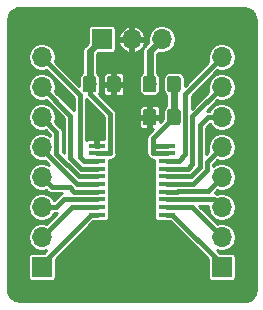
<source format=gbr>
G04 #@! TF.GenerationSoftware,KiCad,Pcbnew,(5.0.2)-1*
G04 #@! TF.CreationDate,2019-08-04T21:59:47-04:00*
G04 #@! TF.ProjectId,LSF0108PWR_Breakout,4c534630-3130-4385-9057-525f42726561,rev?*
G04 #@! TF.SameCoordinates,Original*
G04 #@! TF.FileFunction,Copper,L1,Top*
G04 #@! TF.FilePolarity,Positive*
%FSLAX46Y46*%
G04 Gerber Fmt 4.6, Leading zero omitted, Abs format (unit mm)*
G04 Created by KiCad (PCBNEW (5.0.2)-1) date 8/4/2019 9:59:47 PM*
%MOMM*%
%LPD*%
G01*
G04 APERTURE LIST*
G04 #@! TA.AperFunction,Conductor*
%ADD10C,0.100000*%
G04 #@! TD*
G04 #@! TA.AperFunction,SMDPad,CuDef*
%ADD11C,1.150000*%
G04 #@! TD*
G04 #@! TA.AperFunction,ComponentPad*
%ADD12R,1.700000X1.700000*%
G04 #@! TD*
G04 #@! TA.AperFunction,ComponentPad*
%ADD13O,1.700000X1.700000*%
G04 #@! TD*
G04 #@! TA.AperFunction,SMDPad,CuDef*
%ADD14R,1.450000X0.450000*%
G04 #@! TD*
G04 #@! TA.AperFunction,ViaPad*
%ADD15C,0.800000*%
G04 #@! TD*
G04 #@! TA.AperFunction,Conductor*
%ADD16C,0.600000*%
G04 #@! TD*
G04 #@! TA.AperFunction,Conductor*
%ADD17C,0.400000*%
G04 #@! TD*
G04 #@! TA.AperFunction,Conductor*
%ADD18C,0.254000*%
G04 #@! TD*
G04 APERTURE END LIST*
D10*
G04 #@! TO.N,GND*
G04 #@! TO.C,C1*
G36*
X130914505Y-77787204D02*
X130938773Y-77790804D01*
X130962572Y-77796765D01*
X130985671Y-77805030D01*
X131007850Y-77815520D01*
X131028893Y-77828132D01*
X131048599Y-77842747D01*
X131066777Y-77859223D01*
X131083253Y-77877401D01*
X131097868Y-77897107D01*
X131110480Y-77918150D01*
X131120970Y-77940329D01*
X131129235Y-77963428D01*
X131135196Y-77987227D01*
X131138796Y-78011495D01*
X131140000Y-78035999D01*
X131140000Y-78936001D01*
X131138796Y-78960505D01*
X131135196Y-78984773D01*
X131129235Y-79008572D01*
X131120970Y-79031671D01*
X131110480Y-79053850D01*
X131097868Y-79074893D01*
X131083253Y-79094599D01*
X131066777Y-79112777D01*
X131048599Y-79129253D01*
X131028893Y-79143868D01*
X131007850Y-79156480D01*
X130985671Y-79166970D01*
X130962572Y-79175235D01*
X130938773Y-79181196D01*
X130914505Y-79184796D01*
X130890001Y-79186000D01*
X130239999Y-79186000D01*
X130215495Y-79184796D01*
X130191227Y-79181196D01*
X130167428Y-79175235D01*
X130144329Y-79166970D01*
X130122150Y-79156480D01*
X130101107Y-79143868D01*
X130081401Y-79129253D01*
X130063223Y-79112777D01*
X130046747Y-79094599D01*
X130032132Y-79074893D01*
X130019520Y-79053850D01*
X130009030Y-79031671D01*
X130000765Y-79008572D01*
X129994804Y-78984773D01*
X129991204Y-78960505D01*
X129990000Y-78936001D01*
X129990000Y-78035999D01*
X129991204Y-78011495D01*
X129994804Y-77987227D01*
X130000765Y-77963428D01*
X130009030Y-77940329D01*
X130019520Y-77918150D01*
X130032132Y-77897107D01*
X130046747Y-77877401D01*
X130063223Y-77859223D01*
X130081401Y-77842747D01*
X130101107Y-77828132D01*
X130122150Y-77815520D01*
X130144329Y-77805030D01*
X130167428Y-77796765D01*
X130191227Y-77790804D01*
X130215495Y-77787204D01*
X130239999Y-77786000D01*
X130890001Y-77786000D01*
X130914505Y-77787204D01*
X130914505Y-77787204D01*
G37*
D11*
G04 #@! TD*
G04 #@! TO.P,C1,2*
G04 #@! TO.N,GND*
X130565000Y-78486000D03*
D10*
G04 #@! TO.N,Net-(C1-Pad1)*
G04 #@! TO.C,C1*
G36*
X128864505Y-77787204D02*
X128888773Y-77790804D01*
X128912572Y-77796765D01*
X128935671Y-77805030D01*
X128957850Y-77815520D01*
X128978893Y-77828132D01*
X128998599Y-77842747D01*
X129016777Y-77859223D01*
X129033253Y-77877401D01*
X129047868Y-77897107D01*
X129060480Y-77918150D01*
X129070970Y-77940329D01*
X129079235Y-77963428D01*
X129085196Y-77987227D01*
X129088796Y-78011495D01*
X129090000Y-78035999D01*
X129090000Y-78936001D01*
X129088796Y-78960505D01*
X129085196Y-78984773D01*
X129079235Y-79008572D01*
X129070970Y-79031671D01*
X129060480Y-79053850D01*
X129047868Y-79074893D01*
X129033253Y-79094599D01*
X129016777Y-79112777D01*
X128998599Y-79129253D01*
X128978893Y-79143868D01*
X128957850Y-79156480D01*
X128935671Y-79166970D01*
X128912572Y-79175235D01*
X128888773Y-79181196D01*
X128864505Y-79184796D01*
X128840001Y-79186000D01*
X128189999Y-79186000D01*
X128165495Y-79184796D01*
X128141227Y-79181196D01*
X128117428Y-79175235D01*
X128094329Y-79166970D01*
X128072150Y-79156480D01*
X128051107Y-79143868D01*
X128031401Y-79129253D01*
X128013223Y-79112777D01*
X127996747Y-79094599D01*
X127982132Y-79074893D01*
X127969520Y-79053850D01*
X127959030Y-79031671D01*
X127950765Y-79008572D01*
X127944804Y-78984773D01*
X127941204Y-78960505D01*
X127940000Y-78936001D01*
X127940000Y-78035999D01*
X127941204Y-78011495D01*
X127944804Y-77987227D01*
X127950765Y-77963428D01*
X127959030Y-77940329D01*
X127969520Y-77918150D01*
X127982132Y-77897107D01*
X127996747Y-77877401D01*
X128013223Y-77859223D01*
X128031401Y-77842747D01*
X128051107Y-77828132D01*
X128072150Y-77815520D01*
X128094329Y-77805030D01*
X128117428Y-77796765D01*
X128141227Y-77790804D01*
X128165495Y-77787204D01*
X128189999Y-77786000D01*
X128840001Y-77786000D01*
X128864505Y-77787204D01*
X128864505Y-77787204D01*
G37*
D11*
G04 #@! TD*
G04 #@! TO.P,C1,1*
G04 #@! TO.N,Net-(C1-Pad1)*
X128515000Y-78486000D03*
D10*
G04 #@! TO.N,GND*
G04 #@! TO.C,C2*
G36*
X133944505Y-80581204D02*
X133968773Y-80584804D01*
X133992572Y-80590765D01*
X134015671Y-80599030D01*
X134037850Y-80609520D01*
X134058893Y-80622132D01*
X134078599Y-80636747D01*
X134096777Y-80653223D01*
X134113253Y-80671401D01*
X134127868Y-80691107D01*
X134140480Y-80712150D01*
X134150970Y-80734329D01*
X134159235Y-80757428D01*
X134165196Y-80781227D01*
X134168796Y-80805495D01*
X134170000Y-80829999D01*
X134170000Y-81730001D01*
X134168796Y-81754505D01*
X134165196Y-81778773D01*
X134159235Y-81802572D01*
X134150970Y-81825671D01*
X134140480Y-81847850D01*
X134127868Y-81868893D01*
X134113253Y-81888599D01*
X134096777Y-81906777D01*
X134078599Y-81923253D01*
X134058893Y-81937868D01*
X134037850Y-81950480D01*
X134015671Y-81960970D01*
X133992572Y-81969235D01*
X133968773Y-81975196D01*
X133944505Y-81978796D01*
X133920001Y-81980000D01*
X133269999Y-81980000D01*
X133245495Y-81978796D01*
X133221227Y-81975196D01*
X133197428Y-81969235D01*
X133174329Y-81960970D01*
X133152150Y-81950480D01*
X133131107Y-81937868D01*
X133111401Y-81923253D01*
X133093223Y-81906777D01*
X133076747Y-81888599D01*
X133062132Y-81868893D01*
X133049520Y-81847850D01*
X133039030Y-81825671D01*
X133030765Y-81802572D01*
X133024804Y-81778773D01*
X133021204Y-81754505D01*
X133020000Y-81730001D01*
X133020000Y-80829999D01*
X133021204Y-80805495D01*
X133024804Y-80781227D01*
X133030765Y-80757428D01*
X133039030Y-80734329D01*
X133049520Y-80712150D01*
X133062132Y-80691107D01*
X133076747Y-80671401D01*
X133093223Y-80653223D01*
X133111401Y-80636747D01*
X133131107Y-80622132D01*
X133152150Y-80609520D01*
X133174329Y-80599030D01*
X133197428Y-80590765D01*
X133221227Y-80584804D01*
X133245495Y-80581204D01*
X133269999Y-80580000D01*
X133920001Y-80580000D01*
X133944505Y-80581204D01*
X133944505Y-80581204D01*
G37*
D11*
G04 #@! TD*
G04 #@! TO.P,C2,1*
G04 #@! TO.N,GND*
X133595000Y-81280000D03*
D10*
G04 #@! TO.N,Net-(C2-Pad2)*
G04 #@! TO.C,C2*
G36*
X135994505Y-80581204D02*
X136018773Y-80584804D01*
X136042572Y-80590765D01*
X136065671Y-80599030D01*
X136087850Y-80609520D01*
X136108893Y-80622132D01*
X136128599Y-80636747D01*
X136146777Y-80653223D01*
X136163253Y-80671401D01*
X136177868Y-80691107D01*
X136190480Y-80712150D01*
X136200970Y-80734329D01*
X136209235Y-80757428D01*
X136215196Y-80781227D01*
X136218796Y-80805495D01*
X136220000Y-80829999D01*
X136220000Y-81730001D01*
X136218796Y-81754505D01*
X136215196Y-81778773D01*
X136209235Y-81802572D01*
X136200970Y-81825671D01*
X136190480Y-81847850D01*
X136177868Y-81868893D01*
X136163253Y-81888599D01*
X136146777Y-81906777D01*
X136128599Y-81923253D01*
X136108893Y-81937868D01*
X136087850Y-81950480D01*
X136065671Y-81960970D01*
X136042572Y-81969235D01*
X136018773Y-81975196D01*
X135994505Y-81978796D01*
X135970001Y-81980000D01*
X135319999Y-81980000D01*
X135295495Y-81978796D01*
X135271227Y-81975196D01*
X135247428Y-81969235D01*
X135224329Y-81960970D01*
X135202150Y-81950480D01*
X135181107Y-81937868D01*
X135161401Y-81923253D01*
X135143223Y-81906777D01*
X135126747Y-81888599D01*
X135112132Y-81868893D01*
X135099520Y-81847850D01*
X135089030Y-81825671D01*
X135080765Y-81802572D01*
X135074804Y-81778773D01*
X135071204Y-81754505D01*
X135070000Y-81730001D01*
X135070000Y-80829999D01*
X135071204Y-80805495D01*
X135074804Y-80781227D01*
X135080765Y-80757428D01*
X135089030Y-80734329D01*
X135099520Y-80712150D01*
X135112132Y-80691107D01*
X135126747Y-80671401D01*
X135143223Y-80653223D01*
X135161401Y-80636747D01*
X135181107Y-80622132D01*
X135202150Y-80609520D01*
X135224329Y-80599030D01*
X135247428Y-80590765D01*
X135271227Y-80584804D01*
X135295495Y-80581204D01*
X135319999Y-80580000D01*
X135970001Y-80580000D01*
X135994505Y-80581204D01*
X135994505Y-80581204D01*
G37*
D11*
G04 #@! TD*
G04 #@! TO.P,C2,2*
G04 #@! TO.N,Net-(C2-Pad2)*
X135645000Y-81280000D03*
D12*
G04 #@! TO.P,J1,1*
G04 #@! TO.N,Net-(J1-Pad1)*
X124460000Y-93980000D03*
D13*
G04 #@! TO.P,J1,2*
G04 #@! TO.N,Net-(J1-Pad2)*
X124460000Y-91440000D03*
G04 #@! TO.P,J1,3*
G04 #@! TO.N,Net-(J1-Pad3)*
X124460000Y-88900000D03*
G04 #@! TO.P,J1,4*
G04 #@! TO.N,Net-(J1-Pad4)*
X124460000Y-86360000D03*
G04 #@! TO.P,J1,5*
G04 #@! TO.N,Net-(J1-Pad5)*
X124460000Y-83820000D03*
G04 #@! TO.P,J1,6*
G04 #@! TO.N,Net-(J1-Pad6)*
X124460000Y-81280000D03*
G04 #@! TO.P,J1,7*
G04 #@! TO.N,Net-(J1-Pad7)*
X124460000Y-78740000D03*
G04 #@! TO.P,J1,8*
G04 #@! TO.N,Net-(J1-Pad8)*
X124460000Y-76200000D03*
G04 #@! TD*
G04 #@! TO.P,J2,8*
G04 #@! TO.N,Net-(J2-Pad8)*
X139700000Y-76200000D03*
G04 #@! TO.P,J2,7*
G04 #@! TO.N,Net-(J2-Pad7)*
X139700000Y-78740000D03*
G04 #@! TO.P,J2,6*
G04 #@! TO.N,Net-(J2-Pad6)*
X139700000Y-81280000D03*
G04 #@! TO.P,J2,5*
G04 #@! TO.N,Net-(J2-Pad5)*
X139700000Y-83820000D03*
G04 #@! TO.P,J2,4*
G04 #@! TO.N,Net-(J2-Pad4)*
X139700000Y-86360000D03*
G04 #@! TO.P,J2,3*
G04 #@! TO.N,Net-(J2-Pad3)*
X139700000Y-88900000D03*
G04 #@! TO.P,J2,2*
G04 #@! TO.N,Net-(J2-Pad2)*
X139700000Y-91440000D03*
D12*
G04 #@! TO.P,J2,1*
G04 #@! TO.N,Net-(J2-Pad1)*
X139700000Y-93980000D03*
G04 #@! TD*
G04 #@! TO.P,J3,1*
G04 #@! TO.N,Net-(C1-Pad1)*
X129540000Y-74676000D03*
D13*
G04 #@! TO.P,J3,2*
G04 #@! TO.N,GND*
X132080000Y-74676000D03*
G04 #@! TO.P,J3,3*
G04 #@! TO.N,Net-(J3-Pad3)*
X134620000Y-74676000D03*
G04 #@! TD*
D14*
G04 #@! TO.P,U1,1*
G04 #@! TO.N,GND*
X129130000Y-83689000D03*
G04 #@! TO.P,U1,2*
G04 #@! TO.N,Net-(C1-Pad1)*
X129130000Y-84339000D03*
G04 #@! TO.P,U1,3*
G04 #@! TO.N,Net-(J1-Pad8)*
X129130000Y-84989000D03*
G04 #@! TO.P,U1,4*
G04 #@! TO.N,Net-(J1-Pad7)*
X129130000Y-85639000D03*
G04 #@! TO.P,U1,5*
G04 #@! TO.N,Net-(J1-Pad6)*
X129130000Y-86289000D03*
G04 #@! TO.P,U1,6*
G04 #@! TO.N,Net-(J1-Pad5)*
X129130000Y-86939000D03*
G04 #@! TO.P,U1,7*
G04 #@! TO.N,Net-(J1-Pad4)*
X129130000Y-87589000D03*
G04 #@! TO.P,U1,8*
G04 #@! TO.N,Net-(J1-Pad3)*
X129130000Y-88239000D03*
G04 #@! TO.P,U1,9*
G04 #@! TO.N,Net-(J1-Pad2)*
X129130000Y-88889000D03*
G04 #@! TO.P,U1,10*
G04 #@! TO.N,Net-(J1-Pad1)*
X129130000Y-89539000D03*
G04 #@! TO.P,U1,11*
G04 #@! TO.N,Net-(J2-Pad1)*
X135030000Y-89539000D03*
G04 #@! TO.P,U1,12*
G04 #@! TO.N,Net-(J2-Pad2)*
X135030000Y-88889000D03*
G04 #@! TO.P,U1,13*
G04 #@! TO.N,Net-(J2-Pad3)*
X135030000Y-88239000D03*
G04 #@! TO.P,U1,14*
G04 #@! TO.N,Net-(J2-Pad4)*
X135030000Y-87589000D03*
G04 #@! TO.P,U1,15*
G04 #@! TO.N,Net-(J2-Pad5)*
X135030000Y-86939000D03*
G04 #@! TO.P,U1,16*
G04 #@! TO.N,Net-(J2-Pad6)*
X135030000Y-86289000D03*
G04 #@! TO.P,U1,17*
G04 #@! TO.N,Net-(J2-Pad7)*
X135030000Y-85639000D03*
G04 #@! TO.P,U1,18*
G04 #@! TO.N,Net-(J2-Pad8)*
X135030000Y-84989000D03*
G04 #@! TO.P,U1,19*
G04 #@! TO.N,Net-(C2-Pad2)*
X135030000Y-84339000D03*
G04 #@! TO.P,U1,20*
X135030000Y-83689000D03*
G04 #@! TD*
D10*
G04 #@! TO.N,Net-(C2-Pad2)*
G04 #@! TO.C,R1*
G36*
X135994505Y-77787204D02*
X136018773Y-77790804D01*
X136042572Y-77796765D01*
X136065671Y-77805030D01*
X136087850Y-77815520D01*
X136108893Y-77828132D01*
X136128599Y-77842747D01*
X136146777Y-77859223D01*
X136163253Y-77877401D01*
X136177868Y-77897107D01*
X136190480Y-77918150D01*
X136200970Y-77940329D01*
X136209235Y-77963428D01*
X136215196Y-77987227D01*
X136218796Y-78011495D01*
X136220000Y-78035999D01*
X136220000Y-78936001D01*
X136218796Y-78960505D01*
X136215196Y-78984773D01*
X136209235Y-79008572D01*
X136200970Y-79031671D01*
X136190480Y-79053850D01*
X136177868Y-79074893D01*
X136163253Y-79094599D01*
X136146777Y-79112777D01*
X136128599Y-79129253D01*
X136108893Y-79143868D01*
X136087850Y-79156480D01*
X136065671Y-79166970D01*
X136042572Y-79175235D01*
X136018773Y-79181196D01*
X135994505Y-79184796D01*
X135970001Y-79186000D01*
X135319999Y-79186000D01*
X135295495Y-79184796D01*
X135271227Y-79181196D01*
X135247428Y-79175235D01*
X135224329Y-79166970D01*
X135202150Y-79156480D01*
X135181107Y-79143868D01*
X135161401Y-79129253D01*
X135143223Y-79112777D01*
X135126747Y-79094599D01*
X135112132Y-79074893D01*
X135099520Y-79053850D01*
X135089030Y-79031671D01*
X135080765Y-79008572D01*
X135074804Y-78984773D01*
X135071204Y-78960505D01*
X135070000Y-78936001D01*
X135070000Y-78035999D01*
X135071204Y-78011495D01*
X135074804Y-77987227D01*
X135080765Y-77963428D01*
X135089030Y-77940329D01*
X135099520Y-77918150D01*
X135112132Y-77897107D01*
X135126747Y-77877401D01*
X135143223Y-77859223D01*
X135161401Y-77842747D01*
X135181107Y-77828132D01*
X135202150Y-77815520D01*
X135224329Y-77805030D01*
X135247428Y-77796765D01*
X135271227Y-77790804D01*
X135295495Y-77787204D01*
X135319999Y-77786000D01*
X135970001Y-77786000D01*
X135994505Y-77787204D01*
X135994505Y-77787204D01*
G37*
D11*
G04 #@! TD*
G04 #@! TO.P,R1,1*
G04 #@! TO.N,Net-(C2-Pad2)*
X135645000Y-78486000D03*
D10*
G04 #@! TO.N,Net-(J3-Pad3)*
G04 #@! TO.C,R1*
G36*
X133944505Y-77787204D02*
X133968773Y-77790804D01*
X133992572Y-77796765D01*
X134015671Y-77805030D01*
X134037850Y-77815520D01*
X134058893Y-77828132D01*
X134078599Y-77842747D01*
X134096777Y-77859223D01*
X134113253Y-77877401D01*
X134127868Y-77897107D01*
X134140480Y-77918150D01*
X134150970Y-77940329D01*
X134159235Y-77963428D01*
X134165196Y-77987227D01*
X134168796Y-78011495D01*
X134170000Y-78035999D01*
X134170000Y-78936001D01*
X134168796Y-78960505D01*
X134165196Y-78984773D01*
X134159235Y-79008572D01*
X134150970Y-79031671D01*
X134140480Y-79053850D01*
X134127868Y-79074893D01*
X134113253Y-79094599D01*
X134096777Y-79112777D01*
X134078599Y-79129253D01*
X134058893Y-79143868D01*
X134037850Y-79156480D01*
X134015671Y-79166970D01*
X133992572Y-79175235D01*
X133968773Y-79181196D01*
X133944505Y-79184796D01*
X133920001Y-79186000D01*
X133269999Y-79186000D01*
X133245495Y-79184796D01*
X133221227Y-79181196D01*
X133197428Y-79175235D01*
X133174329Y-79166970D01*
X133152150Y-79156480D01*
X133131107Y-79143868D01*
X133111401Y-79129253D01*
X133093223Y-79112777D01*
X133076747Y-79094599D01*
X133062132Y-79074893D01*
X133049520Y-79053850D01*
X133039030Y-79031671D01*
X133030765Y-79008572D01*
X133024804Y-78984773D01*
X133021204Y-78960505D01*
X133020000Y-78936001D01*
X133020000Y-78035999D01*
X133021204Y-78011495D01*
X133024804Y-77987227D01*
X133030765Y-77963428D01*
X133039030Y-77940329D01*
X133049520Y-77918150D01*
X133062132Y-77897107D01*
X133076747Y-77877401D01*
X133093223Y-77859223D01*
X133111401Y-77842747D01*
X133131107Y-77828132D01*
X133152150Y-77815520D01*
X133174329Y-77805030D01*
X133197428Y-77796765D01*
X133221227Y-77790804D01*
X133245495Y-77787204D01*
X133269999Y-77786000D01*
X133920001Y-77786000D01*
X133944505Y-77787204D01*
X133944505Y-77787204D01*
G37*
D11*
G04 #@! TD*
G04 #@! TO.P,R1,2*
G04 #@! TO.N,Net-(J3-Pad3)*
X133595000Y-78486000D03*
D15*
G04 #@! TO.N,GND*
X122174000Y-94488000D03*
X122174000Y-90678000D03*
X122174000Y-86868000D03*
X122174000Y-83058000D03*
X122174000Y-79502000D03*
X122174000Y-75946000D03*
X141986000Y-75692000D03*
X141986000Y-79248000D03*
X141986000Y-82804000D03*
X141986000Y-86360000D03*
X141986000Y-90170000D03*
X141986000Y-94234000D03*
X132080000Y-78041500D03*
X132080000Y-79311500D03*
X130746500Y-80264000D03*
X132080000Y-80708500D03*
X132080000Y-82105500D03*
X129159000Y-82359500D03*
X131318000Y-83883500D03*
G04 #@! TD*
D16*
G04 #@! TO.N,Net-(C1-Pad1)*
X128515000Y-75701000D02*
X129540000Y-74676000D01*
X128515000Y-78486000D02*
X128515000Y-75701000D01*
D17*
X130255000Y-84339000D02*
X129130000Y-84339000D01*
X130255031Y-81026032D02*
X130255000Y-84339000D01*
X128515000Y-79286000D02*
X130255031Y-81026032D01*
X128515000Y-78486000D02*
X128515000Y-79286000D01*
D16*
G04 #@! TO.N,Net-(C2-Pad2)*
X135645000Y-78486000D02*
X135645000Y-81280000D01*
D17*
X133905000Y-83689000D02*
X133858000Y-83736000D01*
X135030000Y-83689000D02*
X133905000Y-83689000D01*
X133905000Y-84339000D02*
X135030000Y-84339000D01*
X133858000Y-84292000D02*
X133905000Y-84339000D01*
X133858000Y-83736000D02*
X133858000Y-84292000D01*
X133858000Y-83067000D02*
X135645000Y-81280000D01*
X133858000Y-83736000D02*
X133858000Y-83067000D01*
G04 #@! TO.N,Net-(J1-Pad1)*
X124460000Y-93709000D02*
X124460000Y-93980000D01*
X128630000Y-89539000D02*
X124460000Y-93709000D01*
X129130000Y-89539000D02*
X128630000Y-89539000D01*
G04 #@! TO.N,Net-(J1-Pad2)*
X127011000Y-88889000D02*
X129130000Y-88889000D01*
X124460000Y-91440000D02*
X127011000Y-88889000D01*
G04 #@! TO.N,Net-(J1-Pad3)*
X128005000Y-88239000D02*
X129130000Y-88239000D01*
X126323081Y-88239000D02*
X128005000Y-88239000D01*
X125662081Y-88900000D02*
X126323081Y-88239000D01*
X124460000Y-88900000D02*
X125662081Y-88900000D01*
G04 #@! TO.N,Net-(J1-Pad4)*
X128005000Y-87589000D02*
X129130000Y-87589000D01*
X127210832Y-87589000D02*
X128005000Y-87589000D01*
X126831831Y-87209999D02*
X127210832Y-87589000D01*
X125309999Y-87209999D02*
X126831831Y-87209999D01*
X124460000Y-86360000D02*
X125309999Y-87209999D01*
G04 #@! TO.N,Net-(J1-Pad5)*
X128005000Y-86939000D02*
X129130000Y-86939000D01*
X127409374Y-86939000D02*
X128005000Y-86939000D01*
X124460000Y-83989626D02*
X127409374Y-86939000D01*
X124460000Y-83820000D02*
X124460000Y-83989626D01*
G04 #@! TO.N,Net-(J1-Pad6)*
X128005000Y-86289000D02*
X129130000Y-86289000D01*
X127607916Y-86289000D02*
X128005000Y-86289000D01*
X125710001Y-84391085D02*
X127607916Y-86289000D01*
X125710001Y-82530001D02*
X125710001Y-84391085D01*
X124460000Y-81280000D02*
X125710001Y-82530001D01*
G04 #@! TO.N,Net-(J1-Pad7)*
X127806458Y-85639000D02*
X126873000Y-84705542D01*
X129130000Y-85639000D02*
X127806458Y-85639000D01*
X126873000Y-81153000D02*
X124460000Y-78740000D01*
X126873000Y-84705542D02*
X126873000Y-81153000D01*
G04 #@! TO.N,Net-(J1-Pad8)*
X128005000Y-84989000D02*
X129130000Y-84989000D01*
X127698500Y-84682500D02*
X128005000Y-84989000D01*
X127698500Y-79438500D02*
X127698500Y-84682500D01*
X124460000Y-76200000D02*
X127698500Y-79438500D01*
G04 #@! TO.N,Net-(J2-Pad8)*
X135054999Y-84964001D02*
X135030000Y-84989000D01*
X136075001Y-84964001D02*
X135054999Y-84964001D01*
X136620010Y-84418992D02*
X136075001Y-84964001D01*
X136620010Y-79279990D02*
X136620010Y-84418992D01*
X139700000Y-76200000D02*
X136620010Y-79279990D01*
G04 #@! TO.N,Net-(J2-Pad7)*
X136155000Y-85639000D02*
X135030000Y-85639000D01*
X136865000Y-85639000D02*
X136155000Y-85639000D01*
X137220020Y-85283980D02*
X136865000Y-85639000D01*
X137220020Y-81219980D02*
X137220020Y-85283980D01*
X139700000Y-78740000D02*
X137220020Y-81219980D01*
G04 #@! TO.N,Net-(J2-Pad6)*
X136155000Y-86289000D02*
X135030000Y-86289000D01*
X137063542Y-86289000D02*
X136155000Y-86289000D01*
X137820029Y-85532513D02*
X137063542Y-86289000D01*
X137820030Y-81957889D02*
X137820029Y-85532513D01*
X138497919Y-81280000D02*
X137820030Y-81957889D01*
X139700000Y-81280000D02*
X138497919Y-81280000D01*
G04 #@! TO.N,Net-(J2-Pad5)*
X136155000Y-86939000D02*
X135030000Y-86939000D01*
X137262084Y-86939000D02*
X136155000Y-86939000D01*
X138420037Y-85781047D02*
X137262084Y-86939000D01*
X138420040Y-85099960D02*
X138420037Y-85781047D01*
X139700000Y-83820000D02*
X138420040Y-85099960D01*
G04 #@! TO.N,Net-(J2-Pad4)*
X138850001Y-87209999D02*
X139700000Y-86360000D01*
X138520990Y-87539010D02*
X138850001Y-87209999D01*
X135980990Y-87539010D02*
X138520990Y-87539010D01*
X135931000Y-87589000D02*
X135980990Y-87539010D01*
X135030000Y-87589000D02*
X135931000Y-87589000D01*
G04 #@! TO.N,Net-(J2-Pad3)*
X139039000Y-88239000D02*
X139700000Y-88900000D01*
X135030000Y-88239000D02*
X139039000Y-88239000D01*
G04 #@! TO.N,Net-(J2-Pad2)*
X138850001Y-90590001D02*
X139700000Y-91440000D01*
X137173999Y-88913999D02*
X138850001Y-90590001D01*
X135798999Y-88913999D02*
X137173999Y-88913999D01*
X135774000Y-88889000D02*
X135798999Y-88913999D01*
X135030000Y-88889000D02*
X135774000Y-88889000D01*
G04 #@! TO.N,Net-(J2-Pad1)*
X139700000Y-93709000D02*
X139700000Y-93980000D01*
X135530000Y-89539000D02*
X139700000Y-93709000D01*
X135030000Y-89539000D02*
X135530000Y-89539000D01*
D16*
G04 #@! TO.N,Net-(J3-Pad3)*
X133595000Y-75701000D02*
X134620000Y-74676000D01*
X133595000Y-78486000D02*
X133595000Y-75701000D01*
G04 #@! TD*
D18*
G04 #@! TO.N,GND*
G36*
X141934482Y-72119755D02*
X142224224Y-72287038D01*
X142439278Y-72543329D01*
X142558320Y-72870396D01*
X142573000Y-73038187D01*
X142573001Y-95858572D01*
X142510245Y-96214484D01*
X142342962Y-96504224D01*
X142086671Y-96719278D01*
X141759606Y-96838320D01*
X141591812Y-96853000D01*
X122581422Y-96853000D01*
X122225516Y-96790245D01*
X121935776Y-96622962D01*
X121720722Y-96366671D01*
X121601680Y-96039606D01*
X121587000Y-95871812D01*
X121587000Y-76200000D01*
X123259942Y-76200000D01*
X123351291Y-76659242D01*
X123611431Y-77048569D01*
X124000758Y-77308709D01*
X124344080Y-77377000D01*
X124575920Y-77377000D01*
X124839317Y-77324607D01*
X127171500Y-79656791D01*
X127171500Y-80706209D01*
X125584607Y-79119317D01*
X125660058Y-78740000D01*
X125568709Y-78280758D01*
X125308569Y-77891431D01*
X124919242Y-77631291D01*
X124575920Y-77563000D01*
X124344080Y-77563000D01*
X124000758Y-77631291D01*
X123611431Y-77891431D01*
X123351291Y-78280758D01*
X123259942Y-78740000D01*
X123351291Y-79199242D01*
X123611431Y-79588569D01*
X124000758Y-79848709D01*
X124344080Y-79917000D01*
X124575920Y-79917000D01*
X124839317Y-79864607D01*
X126346001Y-81371292D01*
X126346000Y-84281794D01*
X126237001Y-84172795D01*
X126237001Y-82581898D01*
X126247324Y-82530000D01*
X126237001Y-82478102D01*
X126237001Y-82478098D01*
X126206424Y-82324376D01*
X126089946Y-82150056D01*
X126045946Y-82120656D01*
X125584607Y-81659317D01*
X125660058Y-81280000D01*
X125568709Y-80820758D01*
X125308569Y-80431431D01*
X124919242Y-80171291D01*
X124575920Y-80103000D01*
X124344080Y-80103000D01*
X124000758Y-80171291D01*
X123611431Y-80431431D01*
X123351291Y-80820758D01*
X123259942Y-81280000D01*
X123351291Y-81739242D01*
X123611431Y-82128569D01*
X124000758Y-82388709D01*
X124344080Y-82457000D01*
X124575920Y-82457000D01*
X124839317Y-82404607D01*
X125183001Y-82748291D01*
X125183001Y-82887529D01*
X124919242Y-82711291D01*
X124575920Y-82643000D01*
X124344080Y-82643000D01*
X124000758Y-82711291D01*
X123611431Y-82971431D01*
X123351291Y-83360758D01*
X123259942Y-83820000D01*
X123351291Y-84279242D01*
X123611431Y-84668569D01*
X124000758Y-84928709D01*
X124344080Y-84997000D01*
X124575920Y-84997000D01*
X124697834Y-84972750D01*
X125091421Y-85366337D01*
X124919242Y-85251291D01*
X124575920Y-85183000D01*
X124344080Y-85183000D01*
X124000758Y-85251291D01*
X123611431Y-85511431D01*
X123351291Y-85900758D01*
X123259942Y-86360000D01*
X123351291Y-86819242D01*
X123611431Y-87208569D01*
X124000758Y-87468709D01*
X124344080Y-87537000D01*
X124575920Y-87537000D01*
X124839316Y-87484607D01*
X124900655Y-87545946D01*
X124930054Y-87589944D01*
X124974051Y-87619342D01*
X124974054Y-87619345D01*
X125065720Y-87680594D01*
X125104374Y-87706422D01*
X125258096Y-87736999D01*
X125258100Y-87736999D01*
X125309998Y-87747322D01*
X125361896Y-87736999D01*
X126145499Y-87736999D01*
X126117456Y-87742577D01*
X126117454Y-87742578D01*
X126117455Y-87742578D01*
X125987136Y-87829654D01*
X125987133Y-87829657D01*
X125943136Y-87859055D01*
X125913737Y-87903053D01*
X125491534Y-88325257D01*
X125308569Y-88051431D01*
X124919242Y-87791291D01*
X124575920Y-87723000D01*
X124344080Y-87723000D01*
X124000758Y-87791291D01*
X123611431Y-88051431D01*
X123351291Y-88440758D01*
X123259942Y-88900000D01*
X123351291Y-89359242D01*
X123611431Y-89748569D01*
X124000758Y-90008709D01*
X124344080Y-90077000D01*
X124575920Y-90077000D01*
X124919242Y-90008709D01*
X125308569Y-89748569D01*
X125523435Y-89427000D01*
X125610183Y-89427000D01*
X125662081Y-89437323D01*
X125713979Y-89427000D01*
X125713984Y-89427000D01*
X125731117Y-89423592D01*
X124839317Y-90315393D01*
X124575920Y-90263000D01*
X124344080Y-90263000D01*
X124000758Y-90331291D01*
X123611431Y-90591431D01*
X123351291Y-90980758D01*
X123259942Y-91440000D01*
X123351291Y-91899242D01*
X123611431Y-92288569D01*
X124000758Y-92548709D01*
X124344080Y-92617000D01*
X124575920Y-92617000D01*
X124864016Y-92559694D01*
X124627116Y-92796594D01*
X123610000Y-92796594D01*
X123482411Y-92821973D01*
X123374246Y-92894246D01*
X123301973Y-93002411D01*
X123276594Y-93130000D01*
X123276594Y-94830000D01*
X123301973Y-94957589D01*
X123374246Y-95065754D01*
X123482411Y-95138027D01*
X123610000Y-95163406D01*
X125310000Y-95163406D01*
X125437589Y-95138027D01*
X125545754Y-95065754D01*
X125618027Y-94957589D01*
X125643406Y-94830000D01*
X125643406Y-93270884D01*
X128816884Y-90097406D01*
X129855000Y-90097406D01*
X129982589Y-90072027D01*
X130090754Y-89999754D01*
X130163027Y-89891589D01*
X130188406Y-89764000D01*
X130188406Y-89314000D01*
X130168515Y-89214000D01*
X130188406Y-89114000D01*
X130188406Y-88664000D01*
X130168515Y-88564000D01*
X130188406Y-88464000D01*
X130188406Y-88014000D01*
X130168515Y-87914000D01*
X130188406Y-87814000D01*
X130188406Y-87364000D01*
X130168515Y-87264000D01*
X130188406Y-87164000D01*
X130188406Y-86714000D01*
X130168515Y-86614000D01*
X130188406Y-86514000D01*
X130188406Y-86064000D01*
X130168515Y-85964000D01*
X130188406Y-85864000D01*
X130188406Y-85414000D01*
X130168515Y-85314000D01*
X130188406Y-85214000D01*
X130188406Y-84866000D01*
X130203099Y-84866000D01*
X130254995Y-84876323D01*
X130306895Y-84866000D01*
X130306903Y-84866000D01*
X130460625Y-84835423D01*
X130633341Y-84720017D01*
X130634941Y-84718948D01*
X130634941Y-84718947D01*
X130634945Y-84718945D01*
X130739388Y-84562637D01*
X130751421Y-84544629D01*
X130751421Y-84544628D01*
X130751423Y-84544625D01*
X130792324Y-84339000D01*
X130782000Y-84287097D01*
X130782011Y-83067000D01*
X133320677Y-83067000D01*
X133331000Y-83118898D01*
X133331000Y-83684102D01*
X133320677Y-83736000D01*
X133331000Y-83787898D01*
X133331000Y-84240102D01*
X133320677Y-84292000D01*
X133331000Y-84343898D01*
X133331000Y-84343903D01*
X133359275Y-84486049D01*
X133361578Y-84497625D01*
X133448654Y-84627944D01*
X133448658Y-84627948D01*
X133478056Y-84671945D01*
X133506229Y-84690769D01*
X133525055Y-84718945D01*
X133699375Y-84835423D01*
X133853097Y-84866000D01*
X133853102Y-84866000D01*
X133904999Y-84876323D01*
X133956897Y-84866000D01*
X133971594Y-84866000D01*
X133971594Y-85214000D01*
X133991485Y-85314000D01*
X133971594Y-85414000D01*
X133971594Y-85864000D01*
X133991485Y-85964000D01*
X133971594Y-86064000D01*
X133971594Y-86514000D01*
X133991485Y-86614000D01*
X133971594Y-86714000D01*
X133971594Y-87164000D01*
X133991485Y-87264000D01*
X133971594Y-87364000D01*
X133971594Y-87814000D01*
X133991485Y-87914000D01*
X133971594Y-88014000D01*
X133971594Y-88464000D01*
X133991485Y-88564000D01*
X133971594Y-88664000D01*
X133971594Y-89114000D01*
X133991485Y-89214000D01*
X133971594Y-89314000D01*
X133971594Y-89764000D01*
X133996973Y-89891589D01*
X134069246Y-89999754D01*
X134177411Y-90072027D01*
X134305000Y-90097406D01*
X135343116Y-90097406D01*
X138516594Y-93270884D01*
X138516594Y-94830000D01*
X138541973Y-94957589D01*
X138614246Y-95065754D01*
X138722411Y-95138027D01*
X138850000Y-95163406D01*
X140550000Y-95163406D01*
X140677589Y-95138027D01*
X140785754Y-95065754D01*
X140858027Y-94957589D01*
X140883406Y-94830000D01*
X140883406Y-93130000D01*
X140858027Y-93002411D01*
X140785754Y-92894246D01*
X140677589Y-92821973D01*
X140550000Y-92796594D01*
X139532884Y-92796594D01*
X139295984Y-92559694D01*
X139584080Y-92617000D01*
X139815920Y-92617000D01*
X140159242Y-92548709D01*
X140548569Y-92288569D01*
X140808709Y-91899242D01*
X140900058Y-91440000D01*
X140808709Y-90980758D01*
X140548569Y-90591431D01*
X140159242Y-90331291D01*
X139815920Y-90263000D01*
X139584080Y-90263000D01*
X139320683Y-90315393D01*
X139259349Y-90254059D01*
X139259347Y-90254056D01*
X137771290Y-88766000D01*
X138526596Y-88766000D01*
X138499942Y-88900000D01*
X138591291Y-89359242D01*
X138851431Y-89748569D01*
X139240758Y-90008709D01*
X139584080Y-90077000D01*
X139815920Y-90077000D01*
X140159242Y-90008709D01*
X140548569Y-89748569D01*
X140808709Y-89359242D01*
X140900058Y-88900000D01*
X140808709Y-88440758D01*
X140548569Y-88051431D01*
X140159242Y-87791291D01*
X139815920Y-87723000D01*
X139584080Y-87723000D01*
X139299918Y-87779523D01*
X139244625Y-87742577D01*
X139092894Y-87712396D01*
X139320683Y-87484607D01*
X139584080Y-87537000D01*
X139815920Y-87537000D01*
X140159242Y-87468709D01*
X140548569Y-87208569D01*
X140808709Y-86819242D01*
X140900058Y-86360000D01*
X140808709Y-85900758D01*
X140548569Y-85511431D01*
X140159242Y-85251291D01*
X139815920Y-85183000D01*
X139584080Y-85183000D01*
X139240758Y-85251291D01*
X138947038Y-85447548D01*
X138947039Y-85318252D01*
X139320683Y-84944607D01*
X139584080Y-84997000D01*
X139815920Y-84997000D01*
X140159242Y-84928709D01*
X140548569Y-84668569D01*
X140808709Y-84279242D01*
X140900058Y-83820000D01*
X140808709Y-83360758D01*
X140548569Y-82971431D01*
X140159242Y-82711291D01*
X139815920Y-82643000D01*
X139584080Y-82643000D01*
X139240758Y-82711291D01*
X138851431Y-82971431D01*
X138591291Y-83360758D01*
X138499942Y-83820000D01*
X138575393Y-84199317D01*
X138347029Y-84427681D01*
X138347030Y-82176179D01*
X138668466Y-81854743D01*
X138851431Y-82128569D01*
X139240758Y-82388709D01*
X139584080Y-82457000D01*
X139815920Y-82457000D01*
X140159242Y-82388709D01*
X140548569Y-82128569D01*
X140808709Y-81739242D01*
X140900058Y-81280000D01*
X140808709Y-80820758D01*
X140548569Y-80431431D01*
X140159242Y-80171291D01*
X139815920Y-80103000D01*
X139584080Y-80103000D01*
X139240758Y-80171291D01*
X138851431Y-80431431D01*
X138636565Y-80753000D01*
X138549818Y-80753000D01*
X138497919Y-80742677D01*
X138446020Y-80753000D01*
X138446016Y-80753000D01*
X138428882Y-80756408D01*
X139320683Y-79864607D01*
X139584080Y-79917000D01*
X139815920Y-79917000D01*
X140159242Y-79848709D01*
X140548569Y-79588569D01*
X140808709Y-79199242D01*
X140900058Y-78740000D01*
X140808709Y-78280758D01*
X140548569Y-77891431D01*
X140159242Y-77631291D01*
X139815920Y-77563000D01*
X139584080Y-77563000D01*
X139240758Y-77631291D01*
X138851431Y-77891431D01*
X138591291Y-78280758D01*
X138499942Y-78740000D01*
X138575393Y-79119317D01*
X137147010Y-80547700D01*
X137147010Y-79498280D01*
X139320684Y-77324607D01*
X139584080Y-77377000D01*
X139815920Y-77377000D01*
X140159242Y-77308709D01*
X140548569Y-77048569D01*
X140808709Y-76659242D01*
X140900058Y-76200000D01*
X140808709Y-75740758D01*
X140548569Y-75351431D01*
X140159242Y-75091291D01*
X139815920Y-75023000D01*
X139584080Y-75023000D01*
X139240758Y-75091291D01*
X138851431Y-75351431D01*
X138591291Y-75740758D01*
X138499942Y-76200000D01*
X138575393Y-76579316D01*
X136553406Y-78601304D01*
X136553406Y-78035999D01*
X136508997Y-77812740D01*
X136382531Y-77623469D01*
X136193260Y-77497003D01*
X135970001Y-77452594D01*
X135319999Y-77452594D01*
X135096740Y-77497003D01*
X134907469Y-77623469D01*
X134781003Y-77812740D01*
X134736594Y-78035999D01*
X134736594Y-78936001D01*
X134781003Y-79159260D01*
X134907469Y-79348531D01*
X135018000Y-79422385D01*
X135018001Y-80343615D01*
X134907469Y-80417469D01*
X134781003Y-80606740D01*
X134736594Y-80829999D01*
X134736594Y-81443115D01*
X134497000Y-81682709D01*
X134497000Y-81488750D01*
X134415250Y-81407000D01*
X133722000Y-81407000D01*
X133722000Y-82225250D01*
X133803750Y-82307000D01*
X133872710Y-82307000D01*
X133522053Y-82657657D01*
X133478056Y-82687055D01*
X133448658Y-82731052D01*
X133448654Y-82731056D01*
X133361578Y-82861375D01*
X133331000Y-83015097D01*
X133331000Y-83015102D01*
X133320677Y-83067000D01*
X130782011Y-83067000D01*
X130782026Y-81488750D01*
X132693000Y-81488750D01*
X132693000Y-82045045D01*
X132742783Y-82165231D01*
X132834770Y-82257217D01*
X132954956Y-82307000D01*
X133386250Y-82307000D01*
X133468000Y-82225250D01*
X133468000Y-81407000D01*
X132774750Y-81407000D01*
X132693000Y-81488750D01*
X130782026Y-81488750D01*
X130782030Y-81077935D01*
X130792354Y-81026032D01*
X130782029Y-80974125D01*
X130751455Y-80820412D01*
X130751454Y-80820410D01*
X130751453Y-80820406D01*
X130664377Y-80690087D01*
X130664373Y-80690083D01*
X130634979Y-80646091D01*
X130590983Y-80616693D01*
X130489245Y-80514955D01*
X132693000Y-80514955D01*
X132693000Y-81071250D01*
X132774750Y-81153000D01*
X133468000Y-81153000D01*
X133468000Y-80334750D01*
X133722000Y-80334750D01*
X133722000Y-81153000D01*
X134415250Y-81153000D01*
X134497000Y-81071250D01*
X134497000Y-80514955D01*
X134447217Y-80394769D01*
X134355230Y-80302783D01*
X134235044Y-80253000D01*
X133803750Y-80253000D01*
X133722000Y-80334750D01*
X133468000Y-80334750D01*
X133386250Y-80253000D01*
X132954956Y-80253000D01*
X132834770Y-80302783D01*
X132742783Y-80394769D01*
X132693000Y-80514955D01*
X130489245Y-80514955D01*
X129280685Y-79306395D01*
X129378997Y-79159260D01*
X129423406Y-78936001D01*
X129423406Y-78694750D01*
X129663000Y-78694750D01*
X129663000Y-79251045D01*
X129712783Y-79371231D01*
X129804770Y-79463217D01*
X129924956Y-79513000D01*
X130356250Y-79513000D01*
X130438000Y-79431250D01*
X130438000Y-78613000D01*
X130692000Y-78613000D01*
X130692000Y-79431250D01*
X130773750Y-79513000D01*
X131205044Y-79513000D01*
X131325230Y-79463217D01*
X131417217Y-79371231D01*
X131467000Y-79251045D01*
X131467000Y-78694750D01*
X131385250Y-78613000D01*
X130692000Y-78613000D01*
X130438000Y-78613000D01*
X129744750Y-78613000D01*
X129663000Y-78694750D01*
X129423406Y-78694750D01*
X129423406Y-78035999D01*
X129378997Y-77812740D01*
X129317669Y-77720955D01*
X129663000Y-77720955D01*
X129663000Y-78277250D01*
X129744750Y-78359000D01*
X130438000Y-78359000D01*
X130438000Y-77540750D01*
X130692000Y-77540750D01*
X130692000Y-78359000D01*
X131385250Y-78359000D01*
X131467000Y-78277250D01*
X131467000Y-78035999D01*
X132686594Y-78035999D01*
X132686594Y-78936001D01*
X132731003Y-79159260D01*
X132857469Y-79348531D01*
X133046740Y-79474997D01*
X133269999Y-79519406D01*
X133920001Y-79519406D01*
X134143260Y-79474997D01*
X134332531Y-79348531D01*
X134458997Y-79159260D01*
X134503406Y-78936001D01*
X134503406Y-78035999D01*
X134458997Y-77812740D01*
X134332531Y-77623469D01*
X134222000Y-77549615D01*
X134222000Y-75960711D01*
X134358641Y-75824070D01*
X134504080Y-75853000D01*
X134735920Y-75853000D01*
X135079242Y-75784709D01*
X135468569Y-75524569D01*
X135728709Y-75135242D01*
X135820058Y-74676000D01*
X135728709Y-74216758D01*
X135468569Y-73827431D01*
X135079242Y-73567291D01*
X134735920Y-73499000D01*
X134504080Y-73499000D01*
X134160758Y-73567291D01*
X133771431Y-73827431D01*
X133511291Y-74216758D01*
X133419942Y-74676000D01*
X133471930Y-74937359D01*
X133195307Y-75213982D01*
X133142960Y-75248959D01*
X133107982Y-75301307D01*
X133107981Y-75301308D01*
X133004380Y-75456358D01*
X132955718Y-75701000D01*
X132968001Y-75762751D01*
X132968000Y-77549615D01*
X132857469Y-77623469D01*
X132731003Y-77812740D01*
X132686594Y-78035999D01*
X131467000Y-78035999D01*
X131467000Y-77720955D01*
X131417217Y-77600769D01*
X131325230Y-77508783D01*
X131205044Y-77459000D01*
X130773750Y-77459000D01*
X130692000Y-77540750D01*
X130438000Y-77540750D01*
X130356250Y-77459000D01*
X129924956Y-77459000D01*
X129804770Y-77508783D01*
X129712783Y-77600769D01*
X129663000Y-77720955D01*
X129317669Y-77720955D01*
X129252531Y-77623469D01*
X129142000Y-77549615D01*
X129142000Y-75960711D01*
X129243305Y-75859406D01*
X130390000Y-75859406D01*
X130517589Y-75834027D01*
X130625754Y-75761754D01*
X130698027Y-75653589D01*
X130723406Y-75526000D01*
X130723406Y-74984487D01*
X130944134Y-74984487D01*
X131148650Y-75395682D01*
X131494955Y-75697312D01*
X131771515Y-75811855D01*
X131953000Y-75763862D01*
X131953000Y-74803000D01*
X132207000Y-74803000D01*
X132207000Y-75763862D01*
X132388485Y-75811855D01*
X132665045Y-75697312D01*
X133011350Y-75395682D01*
X133215866Y-74984487D01*
X133168390Y-74803000D01*
X132207000Y-74803000D01*
X131953000Y-74803000D01*
X130991610Y-74803000D01*
X130944134Y-74984487D01*
X130723406Y-74984487D01*
X130723406Y-74367513D01*
X130944134Y-74367513D01*
X130991610Y-74549000D01*
X131953000Y-74549000D01*
X131953000Y-73588138D01*
X132207000Y-73588138D01*
X132207000Y-74549000D01*
X133168390Y-74549000D01*
X133215866Y-74367513D01*
X133011350Y-73956318D01*
X132665045Y-73654688D01*
X132388485Y-73540145D01*
X132207000Y-73588138D01*
X131953000Y-73588138D01*
X131771515Y-73540145D01*
X131494955Y-73654688D01*
X131148650Y-73956318D01*
X130944134Y-74367513D01*
X130723406Y-74367513D01*
X130723406Y-73826000D01*
X130698027Y-73698411D01*
X130625754Y-73590246D01*
X130517589Y-73517973D01*
X130390000Y-73492594D01*
X128690000Y-73492594D01*
X128562411Y-73517973D01*
X128454246Y-73590246D01*
X128381973Y-73698411D01*
X128356594Y-73826000D01*
X128356594Y-74972695D01*
X128115307Y-75213982D01*
X128062960Y-75248959D01*
X128027982Y-75301307D01*
X128027981Y-75301308D01*
X127924380Y-75456358D01*
X127875718Y-75701000D01*
X127888001Y-75762751D01*
X127888000Y-77549615D01*
X127777469Y-77623469D01*
X127651003Y-77812740D01*
X127606594Y-78035999D01*
X127606594Y-78601303D01*
X125584607Y-76579317D01*
X125660058Y-76200000D01*
X125568709Y-75740758D01*
X125308569Y-75351431D01*
X124919242Y-75091291D01*
X124575920Y-75023000D01*
X124344080Y-75023000D01*
X124000758Y-75091291D01*
X123611431Y-75351431D01*
X123351291Y-75740758D01*
X123259942Y-76200000D01*
X121587000Y-76200000D01*
X121587000Y-73051421D01*
X121649755Y-72695518D01*
X121817038Y-72405776D01*
X122073329Y-72190722D01*
X122400396Y-72071680D01*
X122568187Y-72057000D01*
X141578579Y-72057000D01*
X141934482Y-72119755D01*
X141934482Y-72119755D01*
G37*
X141934482Y-72119755D02*
X142224224Y-72287038D01*
X142439278Y-72543329D01*
X142558320Y-72870396D01*
X142573000Y-73038187D01*
X142573001Y-95858572D01*
X142510245Y-96214484D01*
X142342962Y-96504224D01*
X142086671Y-96719278D01*
X141759606Y-96838320D01*
X141591812Y-96853000D01*
X122581422Y-96853000D01*
X122225516Y-96790245D01*
X121935776Y-96622962D01*
X121720722Y-96366671D01*
X121601680Y-96039606D01*
X121587000Y-95871812D01*
X121587000Y-76200000D01*
X123259942Y-76200000D01*
X123351291Y-76659242D01*
X123611431Y-77048569D01*
X124000758Y-77308709D01*
X124344080Y-77377000D01*
X124575920Y-77377000D01*
X124839317Y-77324607D01*
X127171500Y-79656791D01*
X127171500Y-80706209D01*
X125584607Y-79119317D01*
X125660058Y-78740000D01*
X125568709Y-78280758D01*
X125308569Y-77891431D01*
X124919242Y-77631291D01*
X124575920Y-77563000D01*
X124344080Y-77563000D01*
X124000758Y-77631291D01*
X123611431Y-77891431D01*
X123351291Y-78280758D01*
X123259942Y-78740000D01*
X123351291Y-79199242D01*
X123611431Y-79588569D01*
X124000758Y-79848709D01*
X124344080Y-79917000D01*
X124575920Y-79917000D01*
X124839317Y-79864607D01*
X126346001Y-81371292D01*
X126346000Y-84281794D01*
X126237001Y-84172795D01*
X126237001Y-82581898D01*
X126247324Y-82530000D01*
X126237001Y-82478102D01*
X126237001Y-82478098D01*
X126206424Y-82324376D01*
X126089946Y-82150056D01*
X126045946Y-82120656D01*
X125584607Y-81659317D01*
X125660058Y-81280000D01*
X125568709Y-80820758D01*
X125308569Y-80431431D01*
X124919242Y-80171291D01*
X124575920Y-80103000D01*
X124344080Y-80103000D01*
X124000758Y-80171291D01*
X123611431Y-80431431D01*
X123351291Y-80820758D01*
X123259942Y-81280000D01*
X123351291Y-81739242D01*
X123611431Y-82128569D01*
X124000758Y-82388709D01*
X124344080Y-82457000D01*
X124575920Y-82457000D01*
X124839317Y-82404607D01*
X125183001Y-82748291D01*
X125183001Y-82887529D01*
X124919242Y-82711291D01*
X124575920Y-82643000D01*
X124344080Y-82643000D01*
X124000758Y-82711291D01*
X123611431Y-82971431D01*
X123351291Y-83360758D01*
X123259942Y-83820000D01*
X123351291Y-84279242D01*
X123611431Y-84668569D01*
X124000758Y-84928709D01*
X124344080Y-84997000D01*
X124575920Y-84997000D01*
X124697834Y-84972750D01*
X125091421Y-85366337D01*
X124919242Y-85251291D01*
X124575920Y-85183000D01*
X124344080Y-85183000D01*
X124000758Y-85251291D01*
X123611431Y-85511431D01*
X123351291Y-85900758D01*
X123259942Y-86360000D01*
X123351291Y-86819242D01*
X123611431Y-87208569D01*
X124000758Y-87468709D01*
X124344080Y-87537000D01*
X124575920Y-87537000D01*
X124839316Y-87484607D01*
X124900655Y-87545946D01*
X124930054Y-87589944D01*
X124974051Y-87619342D01*
X124974054Y-87619345D01*
X125065720Y-87680594D01*
X125104374Y-87706422D01*
X125258096Y-87736999D01*
X125258100Y-87736999D01*
X125309998Y-87747322D01*
X125361896Y-87736999D01*
X126145499Y-87736999D01*
X126117456Y-87742577D01*
X126117454Y-87742578D01*
X126117455Y-87742578D01*
X125987136Y-87829654D01*
X125987133Y-87829657D01*
X125943136Y-87859055D01*
X125913737Y-87903053D01*
X125491534Y-88325257D01*
X125308569Y-88051431D01*
X124919242Y-87791291D01*
X124575920Y-87723000D01*
X124344080Y-87723000D01*
X124000758Y-87791291D01*
X123611431Y-88051431D01*
X123351291Y-88440758D01*
X123259942Y-88900000D01*
X123351291Y-89359242D01*
X123611431Y-89748569D01*
X124000758Y-90008709D01*
X124344080Y-90077000D01*
X124575920Y-90077000D01*
X124919242Y-90008709D01*
X125308569Y-89748569D01*
X125523435Y-89427000D01*
X125610183Y-89427000D01*
X125662081Y-89437323D01*
X125713979Y-89427000D01*
X125713984Y-89427000D01*
X125731117Y-89423592D01*
X124839317Y-90315393D01*
X124575920Y-90263000D01*
X124344080Y-90263000D01*
X124000758Y-90331291D01*
X123611431Y-90591431D01*
X123351291Y-90980758D01*
X123259942Y-91440000D01*
X123351291Y-91899242D01*
X123611431Y-92288569D01*
X124000758Y-92548709D01*
X124344080Y-92617000D01*
X124575920Y-92617000D01*
X124864016Y-92559694D01*
X124627116Y-92796594D01*
X123610000Y-92796594D01*
X123482411Y-92821973D01*
X123374246Y-92894246D01*
X123301973Y-93002411D01*
X123276594Y-93130000D01*
X123276594Y-94830000D01*
X123301973Y-94957589D01*
X123374246Y-95065754D01*
X123482411Y-95138027D01*
X123610000Y-95163406D01*
X125310000Y-95163406D01*
X125437589Y-95138027D01*
X125545754Y-95065754D01*
X125618027Y-94957589D01*
X125643406Y-94830000D01*
X125643406Y-93270884D01*
X128816884Y-90097406D01*
X129855000Y-90097406D01*
X129982589Y-90072027D01*
X130090754Y-89999754D01*
X130163027Y-89891589D01*
X130188406Y-89764000D01*
X130188406Y-89314000D01*
X130168515Y-89214000D01*
X130188406Y-89114000D01*
X130188406Y-88664000D01*
X130168515Y-88564000D01*
X130188406Y-88464000D01*
X130188406Y-88014000D01*
X130168515Y-87914000D01*
X130188406Y-87814000D01*
X130188406Y-87364000D01*
X130168515Y-87264000D01*
X130188406Y-87164000D01*
X130188406Y-86714000D01*
X130168515Y-86614000D01*
X130188406Y-86514000D01*
X130188406Y-86064000D01*
X130168515Y-85964000D01*
X130188406Y-85864000D01*
X130188406Y-85414000D01*
X130168515Y-85314000D01*
X130188406Y-85214000D01*
X130188406Y-84866000D01*
X130203099Y-84866000D01*
X130254995Y-84876323D01*
X130306895Y-84866000D01*
X130306903Y-84866000D01*
X130460625Y-84835423D01*
X130633341Y-84720017D01*
X130634941Y-84718948D01*
X130634941Y-84718947D01*
X130634945Y-84718945D01*
X130739388Y-84562637D01*
X130751421Y-84544629D01*
X130751421Y-84544628D01*
X130751423Y-84544625D01*
X130792324Y-84339000D01*
X130782000Y-84287097D01*
X130782011Y-83067000D01*
X133320677Y-83067000D01*
X133331000Y-83118898D01*
X133331000Y-83684102D01*
X133320677Y-83736000D01*
X133331000Y-83787898D01*
X133331000Y-84240102D01*
X133320677Y-84292000D01*
X133331000Y-84343898D01*
X133331000Y-84343903D01*
X133359275Y-84486049D01*
X133361578Y-84497625D01*
X133448654Y-84627944D01*
X133448658Y-84627948D01*
X133478056Y-84671945D01*
X133506229Y-84690769D01*
X133525055Y-84718945D01*
X133699375Y-84835423D01*
X133853097Y-84866000D01*
X133853102Y-84866000D01*
X133904999Y-84876323D01*
X133956897Y-84866000D01*
X133971594Y-84866000D01*
X133971594Y-85214000D01*
X133991485Y-85314000D01*
X133971594Y-85414000D01*
X133971594Y-85864000D01*
X133991485Y-85964000D01*
X133971594Y-86064000D01*
X133971594Y-86514000D01*
X133991485Y-86614000D01*
X133971594Y-86714000D01*
X133971594Y-87164000D01*
X133991485Y-87264000D01*
X133971594Y-87364000D01*
X133971594Y-87814000D01*
X133991485Y-87914000D01*
X133971594Y-88014000D01*
X133971594Y-88464000D01*
X133991485Y-88564000D01*
X133971594Y-88664000D01*
X133971594Y-89114000D01*
X133991485Y-89214000D01*
X133971594Y-89314000D01*
X133971594Y-89764000D01*
X133996973Y-89891589D01*
X134069246Y-89999754D01*
X134177411Y-90072027D01*
X134305000Y-90097406D01*
X135343116Y-90097406D01*
X138516594Y-93270884D01*
X138516594Y-94830000D01*
X138541973Y-94957589D01*
X138614246Y-95065754D01*
X138722411Y-95138027D01*
X138850000Y-95163406D01*
X140550000Y-95163406D01*
X140677589Y-95138027D01*
X140785754Y-95065754D01*
X140858027Y-94957589D01*
X140883406Y-94830000D01*
X140883406Y-93130000D01*
X140858027Y-93002411D01*
X140785754Y-92894246D01*
X140677589Y-92821973D01*
X140550000Y-92796594D01*
X139532884Y-92796594D01*
X139295984Y-92559694D01*
X139584080Y-92617000D01*
X139815920Y-92617000D01*
X140159242Y-92548709D01*
X140548569Y-92288569D01*
X140808709Y-91899242D01*
X140900058Y-91440000D01*
X140808709Y-90980758D01*
X140548569Y-90591431D01*
X140159242Y-90331291D01*
X139815920Y-90263000D01*
X139584080Y-90263000D01*
X139320683Y-90315393D01*
X139259349Y-90254059D01*
X139259347Y-90254056D01*
X137771290Y-88766000D01*
X138526596Y-88766000D01*
X138499942Y-88900000D01*
X138591291Y-89359242D01*
X138851431Y-89748569D01*
X139240758Y-90008709D01*
X139584080Y-90077000D01*
X139815920Y-90077000D01*
X140159242Y-90008709D01*
X140548569Y-89748569D01*
X140808709Y-89359242D01*
X140900058Y-88900000D01*
X140808709Y-88440758D01*
X140548569Y-88051431D01*
X140159242Y-87791291D01*
X139815920Y-87723000D01*
X139584080Y-87723000D01*
X139299918Y-87779523D01*
X139244625Y-87742577D01*
X139092894Y-87712396D01*
X139320683Y-87484607D01*
X139584080Y-87537000D01*
X139815920Y-87537000D01*
X140159242Y-87468709D01*
X140548569Y-87208569D01*
X140808709Y-86819242D01*
X140900058Y-86360000D01*
X140808709Y-85900758D01*
X140548569Y-85511431D01*
X140159242Y-85251291D01*
X139815920Y-85183000D01*
X139584080Y-85183000D01*
X139240758Y-85251291D01*
X138947038Y-85447548D01*
X138947039Y-85318252D01*
X139320683Y-84944607D01*
X139584080Y-84997000D01*
X139815920Y-84997000D01*
X140159242Y-84928709D01*
X140548569Y-84668569D01*
X140808709Y-84279242D01*
X140900058Y-83820000D01*
X140808709Y-83360758D01*
X140548569Y-82971431D01*
X140159242Y-82711291D01*
X139815920Y-82643000D01*
X139584080Y-82643000D01*
X139240758Y-82711291D01*
X138851431Y-82971431D01*
X138591291Y-83360758D01*
X138499942Y-83820000D01*
X138575393Y-84199317D01*
X138347029Y-84427681D01*
X138347030Y-82176179D01*
X138668466Y-81854743D01*
X138851431Y-82128569D01*
X139240758Y-82388709D01*
X139584080Y-82457000D01*
X139815920Y-82457000D01*
X140159242Y-82388709D01*
X140548569Y-82128569D01*
X140808709Y-81739242D01*
X140900058Y-81280000D01*
X140808709Y-80820758D01*
X140548569Y-80431431D01*
X140159242Y-80171291D01*
X139815920Y-80103000D01*
X139584080Y-80103000D01*
X139240758Y-80171291D01*
X138851431Y-80431431D01*
X138636565Y-80753000D01*
X138549818Y-80753000D01*
X138497919Y-80742677D01*
X138446020Y-80753000D01*
X138446016Y-80753000D01*
X138428882Y-80756408D01*
X139320683Y-79864607D01*
X139584080Y-79917000D01*
X139815920Y-79917000D01*
X140159242Y-79848709D01*
X140548569Y-79588569D01*
X140808709Y-79199242D01*
X140900058Y-78740000D01*
X140808709Y-78280758D01*
X140548569Y-77891431D01*
X140159242Y-77631291D01*
X139815920Y-77563000D01*
X139584080Y-77563000D01*
X139240758Y-77631291D01*
X138851431Y-77891431D01*
X138591291Y-78280758D01*
X138499942Y-78740000D01*
X138575393Y-79119317D01*
X137147010Y-80547700D01*
X137147010Y-79498280D01*
X139320684Y-77324607D01*
X139584080Y-77377000D01*
X139815920Y-77377000D01*
X140159242Y-77308709D01*
X140548569Y-77048569D01*
X140808709Y-76659242D01*
X140900058Y-76200000D01*
X140808709Y-75740758D01*
X140548569Y-75351431D01*
X140159242Y-75091291D01*
X139815920Y-75023000D01*
X139584080Y-75023000D01*
X139240758Y-75091291D01*
X138851431Y-75351431D01*
X138591291Y-75740758D01*
X138499942Y-76200000D01*
X138575393Y-76579316D01*
X136553406Y-78601304D01*
X136553406Y-78035999D01*
X136508997Y-77812740D01*
X136382531Y-77623469D01*
X136193260Y-77497003D01*
X135970001Y-77452594D01*
X135319999Y-77452594D01*
X135096740Y-77497003D01*
X134907469Y-77623469D01*
X134781003Y-77812740D01*
X134736594Y-78035999D01*
X134736594Y-78936001D01*
X134781003Y-79159260D01*
X134907469Y-79348531D01*
X135018000Y-79422385D01*
X135018001Y-80343615D01*
X134907469Y-80417469D01*
X134781003Y-80606740D01*
X134736594Y-80829999D01*
X134736594Y-81443115D01*
X134497000Y-81682709D01*
X134497000Y-81488750D01*
X134415250Y-81407000D01*
X133722000Y-81407000D01*
X133722000Y-82225250D01*
X133803750Y-82307000D01*
X133872710Y-82307000D01*
X133522053Y-82657657D01*
X133478056Y-82687055D01*
X133448658Y-82731052D01*
X133448654Y-82731056D01*
X133361578Y-82861375D01*
X133331000Y-83015097D01*
X133331000Y-83015102D01*
X133320677Y-83067000D01*
X130782011Y-83067000D01*
X130782026Y-81488750D01*
X132693000Y-81488750D01*
X132693000Y-82045045D01*
X132742783Y-82165231D01*
X132834770Y-82257217D01*
X132954956Y-82307000D01*
X133386250Y-82307000D01*
X133468000Y-82225250D01*
X133468000Y-81407000D01*
X132774750Y-81407000D01*
X132693000Y-81488750D01*
X130782026Y-81488750D01*
X130782030Y-81077935D01*
X130792354Y-81026032D01*
X130782029Y-80974125D01*
X130751455Y-80820412D01*
X130751454Y-80820410D01*
X130751453Y-80820406D01*
X130664377Y-80690087D01*
X130664373Y-80690083D01*
X130634979Y-80646091D01*
X130590983Y-80616693D01*
X130489245Y-80514955D01*
X132693000Y-80514955D01*
X132693000Y-81071250D01*
X132774750Y-81153000D01*
X133468000Y-81153000D01*
X133468000Y-80334750D01*
X133722000Y-80334750D01*
X133722000Y-81153000D01*
X134415250Y-81153000D01*
X134497000Y-81071250D01*
X134497000Y-80514955D01*
X134447217Y-80394769D01*
X134355230Y-80302783D01*
X134235044Y-80253000D01*
X133803750Y-80253000D01*
X133722000Y-80334750D01*
X133468000Y-80334750D01*
X133386250Y-80253000D01*
X132954956Y-80253000D01*
X132834770Y-80302783D01*
X132742783Y-80394769D01*
X132693000Y-80514955D01*
X130489245Y-80514955D01*
X129280685Y-79306395D01*
X129378997Y-79159260D01*
X129423406Y-78936001D01*
X129423406Y-78694750D01*
X129663000Y-78694750D01*
X129663000Y-79251045D01*
X129712783Y-79371231D01*
X129804770Y-79463217D01*
X129924956Y-79513000D01*
X130356250Y-79513000D01*
X130438000Y-79431250D01*
X130438000Y-78613000D01*
X130692000Y-78613000D01*
X130692000Y-79431250D01*
X130773750Y-79513000D01*
X131205044Y-79513000D01*
X131325230Y-79463217D01*
X131417217Y-79371231D01*
X131467000Y-79251045D01*
X131467000Y-78694750D01*
X131385250Y-78613000D01*
X130692000Y-78613000D01*
X130438000Y-78613000D01*
X129744750Y-78613000D01*
X129663000Y-78694750D01*
X129423406Y-78694750D01*
X129423406Y-78035999D01*
X129378997Y-77812740D01*
X129317669Y-77720955D01*
X129663000Y-77720955D01*
X129663000Y-78277250D01*
X129744750Y-78359000D01*
X130438000Y-78359000D01*
X130438000Y-77540750D01*
X130692000Y-77540750D01*
X130692000Y-78359000D01*
X131385250Y-78359000D01*
X131467000Y-78277250D01*
X131467000Y-78035999D01*
X132686594Y-78035999D01*
X132686594Y-78936001D01*
X132731003Y-79159260D01*
X132857469Y-79348531D01*
X133046740Y-79474997D01*
X133269999Y-79519406D01*
X133920001Y-79519406D01*
X134143260Y-79474997D01*
X134332531Y-79348531D01*
X134458997Y-79159260D01*
X134503406Y-78936001D01*
X134503406Y-78035999D01*
X134458997Y-77812740D01*
X134332531Y-77623469D01*
X134222000Y-77549615D01*
X134222000Y-75960711D01*
X134358641Y-75824070D01*
X134504080Y-75853000D01*
X134735920Y-75853000D01*
X135079242Y-75784709D01*
X135468569Y-75524569D01*
X135728709Y-75135242D01*
X135820058Y-74676000D01*
X135728709Y-74216758D01*
X135468569Y-73827431D01*
X135079242Y-73567291D01*
X134735920Y-73499000D01*
X134504080Y-73499000D01*
X134160758Y-73567291D01*
X133771431Y-73827431D01*
X133511291Y-74216758D01*
X133419942Y-74676000D01*
X133471930Y-74937359D01*
X133195307Y-75213982D01*
X133142960Y-75248959D01*
X133107982Y-75301307D01*
X133107981Y-75301308D01*
X133004380Y-75456358D01*
X132955718Y-75701000D01*
X132968001Y-75762751D01*
X132968000Y-77549615D01*
X132857469Y-77623469D01*
X132731003Y-77812740D01*
X132686594Y-78035999D01*
X131467000Y-78035999D01*
X131467000Y-77720955D01*
X131417217Y-77600769D01*
X131325230Y-77508783D01*
X131205044Y-77459000D01*
X130773750Y-77459000D01*
X130692000Y-77540750D01*
X130438000Y-77540750D01*
X130356250Y-77459000D01*
X129924956Y-77459000D01*
X129804770Y-77508783D01*
X129712783Y-77600769D01*
X129663000Y-77720955D01*
X129317669Y-77720955D01*
X129252531Y-77623469D01*
X129142000Y-77549615D01*
X129142000Y-75960711D01*
X129243305Y-75859406D01*
X130390000Y-75859406D01*
X130517589Y-75834027D01*
X130625754Y-75761754D01*
X130698027Y-75653589D01*
X130723406Y-75526000D01*
X130723406Y-74984487D01*
X130944134Y-74984487D01*
X131148650Y-75395682D01*
X131494955Y-75697312D01*
X131771515Y-75811855D01*
X131953000Y-75763862D01*
X131953000Y-74803000D01*
X132207000Y-74803000D01*
X132207000Y-75763862D01*
X132388485Y-75811855D01*
X132665045Y-75697312D01*
X133011350Y-75395682D01*
X133215866Y-74984487D01*
X133168390Y-74803000D01*
X132207000Y-74803000D01*
X131953000Y-74803000D01*
X130991610Y-74803000D01*
X130944134Y-74984487D01*
X130723406Y-74984487D01*
X130723406Y-74367513D01*
X130944134Y-74367513D01*
X130991610Y-74549000D01*
X131953000Y-74549000D01*
X131953000Y-73588138D01*
X132207000Y-73588138D01*
X132207000Y-74549000D01*
X133168390Y-74549000D01*
X133215866Y-74367513D01*
X133011350Y-73956318D01*
X132665045Y-73654688D01*
X132388485Y-73540145D01*
X132207000Y-73588138D01*
X131953000Y-73588138D01*
X131771515Y-73540145D01*
X131494955Y-73654688D01*
X131148650Y-73956318D01*
X130944134Y-74367513D01*
X130723406Y-74367513D01*
X130723406Y-73826000D01*
X130698027Y-73698411D01*
X130625754Y-73590246D01*
X130517589Y-73517973D01*
X130390000Y-73492594D01*
X128690000Y-73492594D01*
X128562411Y-73517973D01*
X128454246Y-73590246D01*
X128381973Y-73698411D01*
X128356594Y-73826000D01*
X128356594Y-74972695D01*
X128115307Y-75213982D01*
X128062960Y-75248959D01*
X128027982Y-75301307D01*
X128027981Y-75301308D01*
X127924380Y-75456358D01*
X127875718Y-75701000D01*
X127888001Y-75762751D01*
X127888000Y-77549615D01*
X127777469Y-77623469D01*
X127651003Y-77812740D01*
X127606594Y-78035999D01*
X127606594Y-78601303D01*
X125584607Y-76579317D01*
X125660058Y-76200000D01*
X125568709Y-75740758D01*
X125308569Y-75351431D01*
X124919242Y-75091291D01*
X124575920Y-75023000D01*
X124344080Y-75023000D01*
X124000758Y-75091291D01*
X123611431Y-75351431D01*
X123351291Y-75740758D01*
X123259942Y-76200000D01*
X121587000Y-76200000D01*
X121587000Y-73051421D01*
X121649755Y-72695518D01*
X121817038Y-72405776D01*
X122073329Y-72190722D01*
X122400396Y-72071680D01*
X122568187Y-72057000D01*
X141578579Y-72057000D01*
X141934482Y-72119755D01*
G36*
X129728029Y-81244321D02*
X129728012Y-83137000D01*
X129338750Y-83137000D01*
X129257000Y-83218750D01*
X129257000Y-83576500D01*
X129277000Y-83576500D01*
X129277000Y-83780594D01*
X128983000Y-83780594D01*
X128983000Y-83576500D01*
X129003000Y-83576500D01*
X129003000Y-83218750D01*
X128921250Y-83137000D01*
X128339956Y-83137000D01*
X128225500Y-83184410D01*
X128225500Y-79741790D01*
X129728029Y-81244321D01*
X129728029Y-81244321D01*
G37*
X129728029Y-81244321D02*
X129728012Y-83137000D01*
X129338750Y-83137000D01*
X129257000Y-83218750D01*
X129257000Y-83576500D01*
X129277000Y-83576500D01*
X129277000Y-83780594D01*
X128983000Y-83780594D01*
X128983000Y-83576500D01*
X129003000Y-83576500D01*
X129003000Y-83218750D01*
X128921250Y-83137000D01*
X128339956Y-83137000D01*
X128225500Y-83184410D01*
X128225500Y-79741790D01*
X129728029Y-81244321D01*
G04 #@! TD*
M02*

</source>
